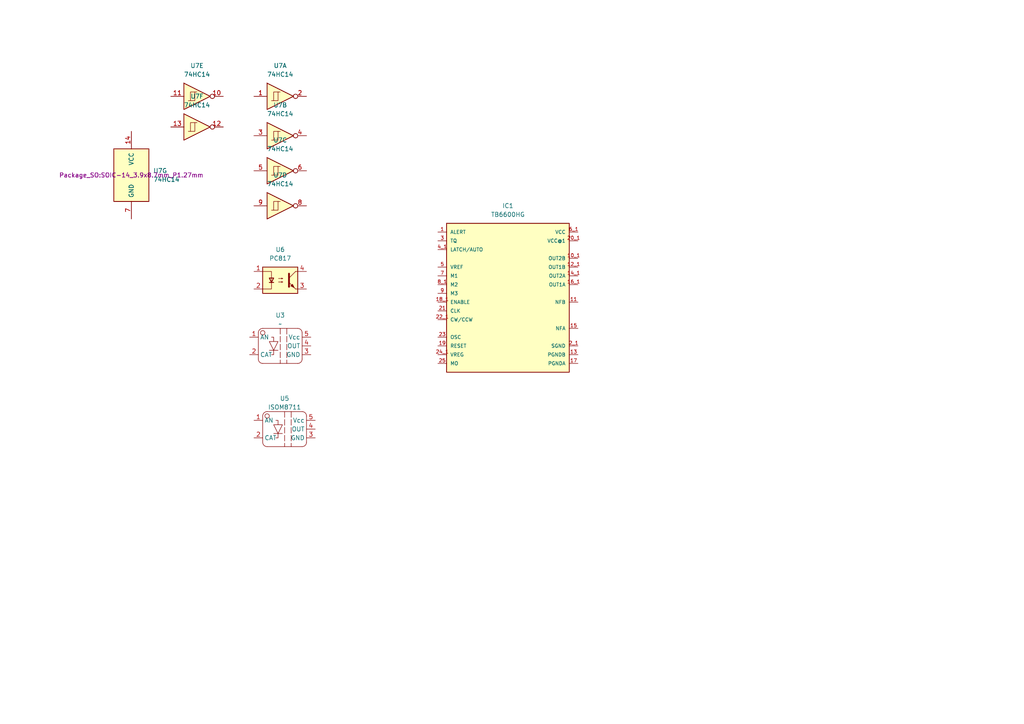
<source format=kicad_sch>
(kicad_sch (version 20231120) (generator "eeschema") (generator_version "8.0")
  (paper "A4")
  (lib_symbols
    (symbol "74xx:74HC14" (pin_names (offset 1.016))
      (property "Reference" "U" (at 0 1.27 0))
      (property "Value" "74HC14" (at 0 -1.27 0))
      (symbol "74HC14_1_0"
        (polyline (pts (xy -3.81 3.81) (xy -3.81 -3.81) (xy 3.81 0) (xy -3.81 3.81)) (stroke (width 0.254)) (fill (type background)))
        (pin input line (at -7.62 0 0) (length 3.81) (name "~") (number "1"))
        (pin output inverted (at 7.62 0 180) (length 3.81) (name "~") (number "2"))
      )
      (symbol "74HC14_1_1"
        (polyline (pts (xy -1.905 -1.27) (xy -1.905 1.27) (xy -0.635 1.27)))
        (polyline (pts (xy -2.54 -1.27) (xy -0.635 -1.27) (xy -0.635 1.27) (xy 0 1.27)))
      )
      (symbol "74HC14_2_0"
        (polyline (pts (xy -3.81 3.81) (xy -3.81 -3.81) (xy 3.81 0) (xy -3.81 3.81)) (stroke (width 0.254)) (fill (type background)))
        (pin input line (at -7.62 0 0) (length 3.81) (name "~") (number "3"))
        (pin output inverted (at 7.62 0 180) (length 3.81) (name "~") (number "4"))
      )
      (symbol "74HC14_2_1"
        (polyline (pts (xy -1.905 -1.27) (xy -1.905 1.27) (xy -0.635 1.27)))
        (polyline (pts (xy -2.54 -1.27) (xy -0.635 -1.27) (xy -0.635 1.27) (xy 0 1.27)))
      )
      (symbol "74HC14_3_0"
        (polyline (pts (xy -3.81 3.81) (xy -3.81 -3.81) (xy 3.81 0) (xy -3.81 3.81)) (stroke (width 0.254)) (fill (type background)))
        (pin input line (at -7.62 0 0) (length 3.81) (name "~") (number "5"))
        (pin output inverted (at 7.62 0 180) (length 3.81) (name "~") (number "6"))
      )
      (symbol "74HC14_3_1"
        (polyline (pts (xy -1.905 -1.27) (xy -1.905 1.27) (xy -0.635 1.27)))
        (polyline (pts (xy -2.54 -1.27) (xy -0.635 -1.27) (xy -0.635 1.27) (xy 0 1.27)))
      )
      (symbol "74HC14_4_0"
        (polyline (pts (xy -3.81 3.81) (xy -3.81 -3.81) (xy 3.81 0) (xy -3.81 3.81)) (stroke (width 0.254)) (fill (type background)))
        (pin output inverted (at 7.62 0 180) (length 3.81) (name "~") (number "8"))
        (pin input line (at -7.62 0 0) (length 3.81) (name "~") (number "9"))
      )
      (symbol "74HC14_4_1"
        (polyline (pts (xy -1.905 -1.27) (xy -1.905 1.27) (xy -0.635 1.27)))
        (polyline (pts (xy -2.54 -1.27) (xy -0.635 -1.27) (xy -0.635 1.27) (xy 0 1.27)))
      )
      (symbol "74HC14_5_0"
        (polyline (pts (xy -3.81 3.81) (xy -3.81 -3.81) (xy 3.81 0) (xy -3.81 3.81)) (stroke (width 0.254)) (fill (type background)))
        (pin output inverted (at 7.62 0 180) (length 3.81) (name "~") (number "10"))
        (pin input line (at -7.62 0 0) (length 3.81) (name "~") (number "11"))
      )
      (symbol "74HC14_5_1"
        (polyline (pts (xy -1.905 -1.27) (xy -1.905 1.27) (xy -0.635 1.27)))
        (polyline (pts (xy -2.54 -1.27) (xy -0.635 -1.27) (xy -0.635 1.27) (xy 0 1.27)))
      )
      (symbol "74HC14_6_0"
        (polyline (pts (xy -3.81 3.81) (xy -3.81 -3.81) (xy 3.81 0) (xy -3.81 3.81)) (stroke (width 0.254)) (fill (type background)))
        (pin output inverted (at 7.62 0 180) (length 3.81) (name "~") (number "12"))
        (pin input line (at -7.62 0 0) (length 3.81) (name "~") (number "13"))
      )
      (symbol "74HC14_6_1"
        (polyline (pts (xy -1.905 -1.27) (xy -1.905 1.27) (xy -0.635 1.27)))
        (polyline (pts (xy -2.54 -1.27) (xy -0.635 -1.27) (xy -0.635 1.27) (xy 0 1.27)))
      )
      (symbol "74HC14_7_0"
        (pin power_in line (at 0 12.7 270) (length 5.08) (name "VCC") (number "14"))
        (pin power_in line (at 0 -12.7 90) (length 5.08) (name "GND") (number "7"))
      )
      (symbol "74HC14_7_1"
        (rectangle (start -5.08 7.62) (end 5.08 -7.62) (stroke (width 0.254)) (fill (type background)))
      )
    )
    (symbol "Isolator:PC817" (pin_names (offset 1.016))
      (property "Reference" "U" (at -5.08 5.08 0))
      (property "Value" "PC817" (at 0 5.08 0))
      (symbol "PC817_0_1"
        (rectangle (start -5.08 3.81) (end 5.08 -3.81) (stroke (width 0.254)) (fill (type background)))
        (polyline (pts (xy -3.175 -0.635) (xy -1.905 -0.635)) (stroke (width 0.254)))
        (polyline (pts (xy 2.54 0.635) (xy 4.445 2.54)))
        (polyline (pts (xy 4.445 -2.54) (xy 2.54 -0.635)) (fill (type outline)))
        (polyline (pts (xy 4.445 -2.54) (xy 5.08 -2.54)))
        (polyline (pts (xy 4.445 2.54) (xy 5.08 2.54)))
        (polyline (pts (xy -5.08 2.54) (xy -2.54 2.54) (xy -2.54 -0.635)))
        (polyline (pts (xy -2.54 -0.635) (xy -2.54 -2.54) (xy -5.08 -2.54)))
        (polyline (pts (xy 2.54 1.905) (xy 2.54 -1.905) (xy 2.54 -1.905)) (stroke (width 0.508)))
        (polyline (pts (xy -2.54 -0.635) (xy -3.175 0.635) (xy -1.905 0.635) (xy -2.54 -0.635)) (stroke (width 0.254)))
        (polyline (pts (xy -0.508 -0.508) (xy 0.762 -0.508) (xy 0.381 -0.635) (xy 0.381 -0.381) (xy 0.762 -0.508)))
        (polyline (pts (xy -0.508 0.508) (xy 0.762 0.508) (xy 0.381 0.381) (xy 0.381 0.635) (xy 0.762 0.508)))
        (polyline (pts (xy 3.048 -1.651) (xy 3.556 -1.143) (xy 4.064 -2.159) (xy 3.048 -1.651) (xy 3.048 -1.651)) (fill (type outline)))
      )
      (symbol "PC817_1_1"
        (pin passive line (at -7.62 2.54 0) (length 2.54) (name "~") (number "1"))
        (pin passive line (at -7.62 -2.54 0) (length 2.54) (name "~") (number "2"))
        (pin passive line (at 7.62 -2.54 180) (length 2.54) (name "~") (number "3"))
        (pin passive line (at 7.62 2.54 180) (length 2.54) (name "~") (number "4"))
      )
    )
    (symbol "Motor_stuffs:ISOM8711"
      (property "Reference" "U" (at -0.762 4.064 0))
      (symbol "ISOM8711_0_1"
        (polyline (pts (xy -3.81 0) (xy -3.175 0) (xy -3.175 -1.27) (xy -4.445 -1.27) (xy -1.905 -1.27) (xy -3.175 -3.81) (xy -4.445 -1.27) (xy -3.175 -3.81) (xy -4.445 -3.81) (xy -1.905 -3.81) (xy -3.175 -3.81) (xy -3.175 -5.08) (xy -3.175 -5.08) (xy -3.81 -5.08)))
      )
      (symbol "ISOM8711_1_1"
        (arc (start -7.6201 -6.3501) (mid -7.2481 -7.2481) (end -6.3501 -7.6201))
        (circle (center -6.35 1.27) (radius 0.635))
        (arc (start -6.35 2.54) (mid -7.248 2.168) (end -7.62 1.27))
        (polyline (pts (xy -7.62 1.27) (xy -7.62 -6.35)))
        (polyline (pts (xy -6.35 -7.62) (xy 3.81 -7.62)))
        (polyline (pts (xy -1.27 2.54) (xy -1.27 -7.62)) (stroke (width 0) (type dash)))
        (polyline (pts (xy 0.635 2.54) (xy 0.635 -7.62)) (stroke (width 0) (type dash)))
        (polyline (pts (xy 3.81 2.54) (xy -6.35 2.54)))
        (polyline (pts (xy 5.08 -6.35) (xy 5.08 1.27)))
        (arc (start 3.8101 -7.6201) (mid 4.7081 -7.2481) (end 5.0801 -6.3501))
        (arc (start 5.08 1.27) (mid 4.708 2.168) (end 3.81 2.54))
        (pin input line (at -10.16 0 0) (length 2.54) (name "AN") (number "1"))
        (pin input line (at -10.16 -5.08 0) (length 2.54) (name "CAT") (number "2"))
        (pin input line (at 7.62 -5.08 180) (length 2.54) (name "GND") (number "3"))
        (pin input line (at 7.62 -2.54 180) (length 2.54) (name "OUT") (number "4"))
        (pin input line (at 7.62 0 180) (length 2.54) (name "Vcc") (number "5"))
      )
    )
    (symbol "TB6600HG:TB6600HG" (pin_names (offset 1.016))
      (property "Reference" "IC" (at -5.08 21.59 0))
      (property "Value" "TB6600HG" (at -5.08 -25.4 0))
      (symbol "TB6600HG_0_0"
        (rectangle (start -17.78 -22.86) (end 17.78 20.32) (stroke (width 0.254)) (fill (type background)))
        (pin output line (at -20.32 17.78 0) (length 2.54) (name "ALERT") (number "1"))
        (pin output line (at 20.32 10.16 180) (length 2.54) (name "OUT2B") (number "10_1"))
        (pin passive line (at 20.32 -2.54 180) (length 2.54) (name "NFB") (number "11"))
        (pin output line (at 20.32 7.62 180) (length 2.54) (name "OUT1B") (number "12_1"))
        (pin power_in line (at 20.32 -17.78 180) (length 2.54) (name "PGNDB") (number "13"))
        (pin output line (at 20.32 5.08 180) (length 2.54) (name "OUT2A") (number "14_1"))
        (pin passive line (at 20.32 -10.16 180) (length 2.54) (name "NFA") (number "15"))
        (pin output line (at 20.32 2.54 180) (length 2.54) (name "OUT1A") (number "16_1"))
        (pin power_in line (at 20.32 -20.32 180) (length 2.54) (name "PGNDA") (number "17"))
        (pin input line (at -20.32 -2.54 0) (length 2.54) (name "ENABLE") (number "18_1"))
        (pin input line (at -20.32 -15.24 0) (length 2.54) (name "RESET") (number "19"))
        (pin input line (at 20.32 15.24 180) (length 2.54) (name "VCC@1") (number "20_1"))
        (pin input line (at -20.32 -5.08 0) (length 2.54) (name "CLK") (number "21"))
        (pin input line (at -20.32 -7.62 0) (length 2.54) (name "CW/CCW") (number "22_1"))
        (pin passive line (at -20.32 -12.7 0) (length 2.54) (name "OSC") (number "23"))
        (pin output line (at -20.32 -17.78 0) (length 2.54) (name "VREG") (number "24_1"))
        (pin output line (at -20.32 -20.32 0) (length 2.54) (name "MO") (number "25"))
        (pin power_in line (at 20.32 -15.24 180) (length 2.54) (name "SGND") (number "2_1"))
        (pin input line (at -20.32 15.24 0) (length 2.54) (name "TQ") (number "3"))
        (pin input line (at -20.32 12.7 0) (length 2.54) (name "LATCH/AUTO") (number "4_1"))
        (pin input line (at -20.32 7.62 0) (length 2.54) (name "VREF") (number "5"))
        (pin power_in line (at 20.32 17.78 180) (length 2.54) (name "VCC") (number "6_1"))
        (pin input line (at -20.32 5.08 0) (length 2.54) (name "M1") (number "7"))
        (pin input line (at -20.32 2.54 0) (length 2.54) (name "M2") (number "8_1"))
        (pin input line (at -20.32 0 0) (length 2.54) (name "M3") (number "9"))
      )
    )
  )
  (symbol (lib_id "TB6600HG:TB6600HG") (at 147.32 85.09 0) (unit 1)
    (property "Reference" "IC1" (at 147.32 59.69 0))
    (property "Value" "TB6600HG" (at 147.32 62.23 0))
    (property "Footprint" "TB6600HG:HZIP25-P-1.00F" (effects (hide yes)))
    (property "MF" "Toshiba" (effects (hide yes)))
    (property "Description_1" "\nBipolar Motor Driver Power MOSFET Parallel 25-HZIP\n" (effects (hide yes)))
    (property "Package" "SIP-25 Toshiba" (effects (hide yes)))
    (property "Price" "None" (effects (hide yes)))
    (property "SnapEDA_Link" "https://www.snapeda.com/parts/TB6600HG/Toshiba+Semiconductor+and+Storage/view-part/?ref=snap" (effects (hide yes)))
    (property "MP" "TB6600HG" (effects (hide yes)))
    (property "Purchase-URL" "https://www.snapeda.com/api/url_track_click_mouser/?unipart_id=53327&manufacturer=Toshiba&part_name=TB6600HG&search_term=None" (effects (hide yes)))
    (property "Availability" "In Stock" (effects (hide yes)))
    (property "Check_prices" "https://www.snapeda.com/parts/TB6600HG/Toshiba+Semiconductor+and+Storage/view-part/?ref=eda" (effects (hide yes)))
  )
  (symbol (lib_id "Isolator:PC817") (at 81.28 81.28 0) (unit 1)
    (property "Reference" "U6" (at 81.28 72.39 0))
    (property "Value" "PC817" (at 81.28 74.93 0))
    (property "Footprint" "Package_DIP:DIP-4_W8.89mm_SMDSocket_LongPads" (effects (hide yes)))
    (property "Datasheet" "http://www.soselectronic.cz/a_info/resource/d/pc817.pdf" (effects (hide yes)))
    (property "Description" "DC Optocoupler, Vce 35V, CTR 50-300%, DIP-4" (effects (hide yes)))
  )
  (symbol (lib_id "74xx:74HC14") (at 81.28 59.69 0) (unit 4)
    (property "Reference" "U7" (at 81.28 50.8 0))
    (property "Value" "74HC14" (at 81.28 53.34 0))
    (property "Footprint" "Package_SO:SOIC-14_3.9x8.7mm_P1.27mm" (effects (hide yes)))
    (property "Datasheet" "http://www.ti.com/lit/gpn/sn74HC14" (effects (hide yes)))
    (property "Description" "Hex inverter schmitt trigger" (effects (hide yes)))
  )
  (symbol (lib_id "74xx:74HC14") (at 81.28 49.53 0) (unit 3)
    (property "Reference" "U7" (at 81.28 40.64 0))
    (property "Value" "74HC14" (at 81.28 43.18 0))
    (property "Footprint" "Package_SO:SOIC-14_3.9x8.7mm_P1.27mm" (effects (hide yes)))
    (property "Datasheet" "http://www.ti.com/lit/gpn/sn74HC14" (effects (hide yes)))
    (property "Description" "Hex inverter schmitt trigger" (effects (hide yes)))
  )
  (symbol (lib_id "74xx:74HC14") (at 81.28 27.94 0) (unit 1)
    (property "Reference" "U7" (at 81.28 19.05 0))
    (property "Value" "74HC14" (at 81.28 21.59 0))
    (property "Footprint" "Package_SO:SOIC-14_3.9x8.7mm_P1.27mm" (effects (hide yes)))
    (property "Datasheet" "http://www.ti.com/lit/gpn/sn74HC14" (effects (hide yes)))
    (property "Description" "Hex inverter schmitt trigger" (effects (hide yes)))
  )
  (symbol (lib_id "74xx:74HC14") (at 57.15 27.94 0) (unit 5)
    (property "Reference" "U7" (at 57.15 19.05 0))
    (property "Value" "74HC14" (at 57.15 21.59 0))
    (property "Footprint" "Package_SO:SOIC-14_3.9x8.7mm_P1.27mm" (effects (hide yes)))
    (property "Datasheet" "http://www.ti.com/lit/gpn/sn74HC14" (effects (hide yes)))
    (property "Description" "Hex inverter schmitt trigger" (effects (hide yes)))
  )
  (symbol (lib_id "74xx:74HC14") (at 81.28 39.37 0) (unit 2)
    (property "Reference" "U7" (at 81.28 30.48 0))
    (property "Value" "74HC14" (at 81.28 33.02 0))
    (property "Footprint" "Package_SO:SOIC-14_3.9x8.7mm_P1.27mm" (effects (hide yes)))
    (property "Datasheet" "http://www.ti.com/lit/gpn/sn74HC14" (effects (hide yes)))
    (property "Description" "Hex inverter schmitt trigger" (effects (hide yes)))
  )
  (symbol (lib_id "Motor_stuffs:ISOM8711") (at 82.55 97.79 0) (unit 1)
    (property "Reference" "U3" (at 81.28 91.44 0))
    (property "Value" "~" (at 81.28 93.98 0))
  )
  (symbol (lib_id "74xx:74HC14") (at 57.15 36.83 0) (unit 6)
    (property "Reference" "U7" (at 57.15 27.94 0))
    (property "Value" "74HC14" (at 57.15 30.48 0))
    (property "Footprint" "Package_SO:SOIC-14_3.9x8.7mm_P1.27mm" (effects (hide yes)))
    (property "Datasheet" "http://www.ti.com/lit/gpn/sn74HC14" (effects (hide yes)))
    (property "Description" "Hex inverter schmitt trigger" (effects (hide yes)))
  )
  (symbol (lib_id "Motor_stuffs:ISOM8711") (at 83.82 121.92 0) (unit 1)
    (property "Reference" "U5" (at 82.55 115.57 0))
    (property "Value" "ISOM8711" (at 82.55 118.11 0))
  )
  (symbol (lib_id "74xx:74HC14") (at 38.1 50.8 0) (unit 7)
    (property "Reference" "U7" (at 44.45 49.5299 0) (effects (justify left)))
    (property "Value" "74HC14" (at 44.45 52.0699 0) (effects (justify left)))
    (property "Footprint" "Package_SO:SOIC-14_3.9x8.7mm_P1.27mm" (at 38.1 50.8 0))
    (property "Datasheet" "http://www.ti.com/lit/gpn/sn74HC14" (effects (hide yes)))
    (property "Description" "Hex inverter schmitt trigger" (effects (hide yes)))
  )
)
</source>
